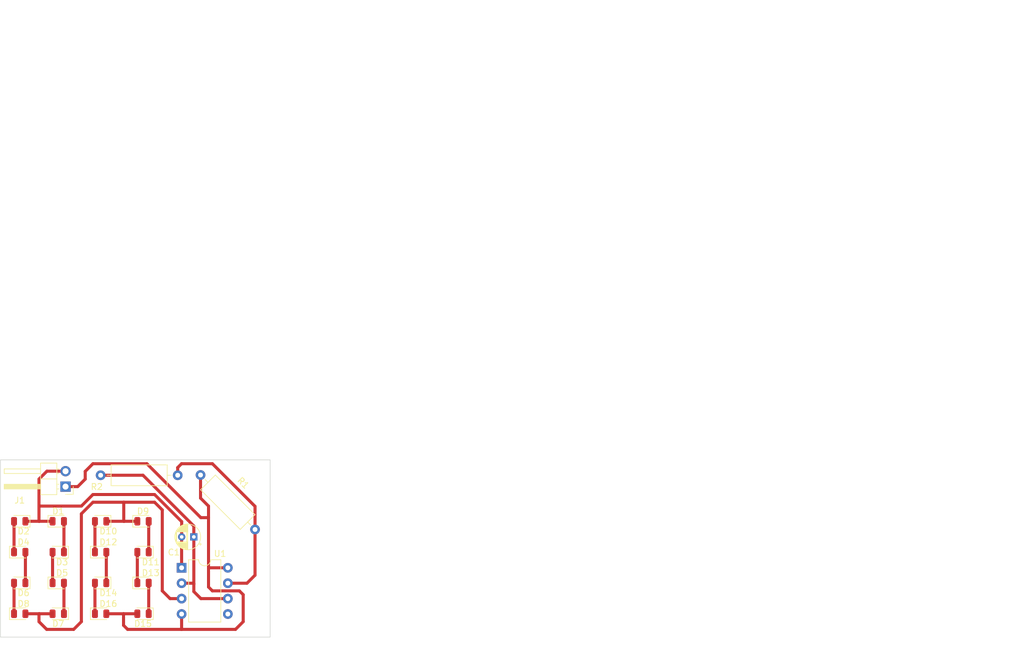
<source format=kicad_pcb>
(kicad_pcb (version 20221018) (generator pcbnew)
  (title_block (date "16.03.2023") (rev "0.1.0") (company "DOSTI Innovation Centre") (comment 2 "Esmaganbet D.A.") (comment 3 "Molganov A.A.") (comment 4 "Molganov A.A.") (comment 7 "LED Matrix v0.1.0"))
  (layers (0 "F.Cu" signal) (31 "B.Cu" signal) (34 "B.Paste" user) (35 "F.Paste" user) (36 "B.SilkS" user "B.Silkscreen") (37 "F.SilkS" user "F.Silkscreen") (38 "B.Mask" user) (39 "F.Mask" user) (44 "Edge.Cuts" user))
  (net 0 "")
  (net 1 "Net-(C1-Pad1)")
  (net 2 "Net-(C1-Pad2)")
  (net 3 "Net-(D1-Pad2)")
  (net 4 "Net-(D2-Pad2)")
  (net 5 "Net-(D3-Pad2)")
  (net 6 "Net-(D5-Pad2)")
  (net 7 "Net-(D6-Pad2)")
  (net 8 "Net-(D4-Pad2)")
  (net 9 "Net-(R1-Pad2)")
  (net 11 "Net-(D10-Pad1)")
  (net 12 "Net-(D11-Pad1)")
  (net 13 "Net-(D10-Pad2)")
  (net 14 "Net-(D11-Pad2)")
  (net 15 "Net-(D12-Pad2)")
  (net 16 "Net-(D13-Pad2)")
  (net 17 "Net-(D14-Pad2)")
  (net 18 "Net-(D15-Pad2)")
  (footprint "Resistor_THT:R_Axial_DIN0309_L9.0mm_D3.2mm_P12.70mm_Horizontal" (layer "F.Cu") (at 57.013 94.478 180)
    (fp_text reference "R2" (at 13.335 -1.905) (layer "F.SilkS"))
    (fp_text value "22k Ohm")
    (fp_line (start 1.04 0) (end 1.73 0) (stroke (width 0.12)) (layer "F.SilkS"))
    (fp_line (start 1.73 -1.72) (end 1.73 1.72) (stroke (width 0.12)) (layer "F.SilkS"))
    (fp_line (start 1.73 1.72) (end 10.97 1.72) (stroke (width 0.12)) (layer "F.SilkS"))
    (fp_line (start 10.97 -1.72) (end 1.73 -1.72) (stroke (width 0.12)) (layer "F.SilkS"))
    (fp_line (start 10.97 1.72) (end 10.97 -1.72) (stroke (width 0.12)) (layer "F.SilkS"))
    (fp_line (start 11.66 0) (end 10.97 0) (stroke (width 0.12)) (layer "F.SilkS"))
    (pad "1" thru_hole circle (at 0 0 180) (size 1.6 1.6) (drill 0.8) (layers "*.Cu" "*.Mask") (net 9 "Net-(R1-Pad2)"))
    (pad "2" thru_hole oval (at 12.7 0 180) (size 1.6 1.6) (drill 0.8) (layers "*.Cu" "*.Mask") (net 1 "Net-(C1-Pad1)"))
  )
  (footprint "LED_SMD:LED_0805_2012Metric" (layer "F.Cu") (at 30.978 117.303)
    (fp_text reference "D8" (at 0.635 -1.65) (layer "F.SilkS"))
    (fp_text value "LED")
    (fp_line (start -1.685 -0.96) (end -1.685 0.96) (stroke (width 0.12)) (layer "F.SilkS"))
    (fp_line (start -1.685 0.96) (end 1 0.96) (stroke (width 0.12)) (layer "F.SilkS"))
    (fp_line (start 1 -0.96) (end -1.685 -0.96) (stroke (width 0.12)) (layer "F.SilkS"))
    (pad "1" smd roundrect (at -0.9375 0) (size 0.975 1.4) (layers "F.Cu" "F.Paste" "F.Mask") (net 7 "Net-(D6-Pad2)"))
    (pad "2" smd roundrect (at 0.9375 0) (size 0.975 1.4) (layers "F.Cu" "F.Paste" "F.Mask") (net 11 "Net-(D10-Pad1)"))
  )
  (footprint "LED_SMD:LED_0805_2012Metric" (layer "F.Cu") (at 30.978 102.063 180)
    (fp_text reference "D2" (at -0.635 -1.65) (layer "F.SilkS"))
    (fp_text value "LED")
    (fp_line (start -1.685 -0.96) (end -1.685 0.96) (stroke (width 0.12)) (layer "F.SilkS"))
    (fp_line (start -1.685 0.96) (end 1 0.96) (stroke (width 0.12)) (layer "F.SilkS"))
    (fp_line (start 1 -0.96) (end -1.685 -0.96) (stroke (width 0.12)) (layer "F.SilkS"))
    (pad "1" smd roundrect (at -0.9375 0 180) (size 0.975 1.4) (layers "F.Cu" "F.Paste" "F.Mask") (net 2 "Net-(C1-Pad2)"))
    (pad "2" smd roundrect (at 0.9375 0 180) (size 0.975 1.4) (layers "F.Cu" "F.Paste" "F.Mask") (net 4 "Net-(D2-Pad2)"))
  )
  (footprint "Package_DIP:DIP-8_W7.62mm" (layer "F.Cu") (at 57.658 109.728)
    (fp_text reference "U1" (at 6.34 -2.33) (layer "F.SilkS"))
    (fp_text value "NE555P")
    (fp_line (start 1.16 -1.33) (end 1.16 8.95) (stroke (width 0.12)) (layer "F.SilkS"))
    (fp_line (start 1.16 8.95) (end 6.46 8.95) (stroke (width 0.12)) (layer "F.SilkS"))
    (fp_line (start 2.81 -1.33) (end 1.16 -1.33) (stroke (width 0.12)) (layer "F.SilkS"))
    (fp_line (start 6.46 -1.33) (end 4.81 -1.33) (stroke (width 0.12)) (layer "F.SilkS"))
    (fp_line (start 6.46 8.95) (end 6.46 -1.33) (stroke (width 0.12)) (layer "F.SilkS"))
    (fp_arc (start 4.81 -1.33) (mid 3.81 -0.33) (end 2.81 -1.33) (stroke (width 0.12)) (layer "F.SilkS"))
    (pad "1" thru_hole rect (at 0 0) (size 1.6 1.6) (drill 0.8) (layers "*.Cu" "*.Mask") (net 2 "Net-(C1-Pad2)"))
    (pad "2" thru_hole oval (at 0 2.54) (size 1.6 1.6) (drill 0.8) (layers "*.Cu" "*.Mask") (net 1 "Net-(C1-Pad1)"))
    (pad "3" thru_hole oval (at 0 5.08) (size 1.6 1.6) (drill 0.8) (layers "*.Cu" "*.Mask") (net 11 "Net-(D10-Pad1)"))
    (pad "4" thru_hole oval (at 0 7.62) (size 1.6 1.6) (drill 0.8) (layers "*.Cu" "*.Mask") (net 18 "Net-(D15-Pad2)"))
    (pad "5" thru_hole oval (at 7.62 7.62) (size 1.6 1.6) (drill 0.8) (layers "*.Cu" "*.Mask"))
    (pad "6" thru_hole oval (at 7.62 5.08) (size 1.6 1.6) (drill 0.8) (layers "*.Cu" "*.Mask") (net 1 "Net-(C1-Pad1)"))
    (pad "7" thru_hole oval (at 7.62 2.54) (size 1.6 1.6) (drill 0.8) (layers "*.Cu" "*.Mask") (net 9 "Net-(R1-Pad2)"))
    (pad "8" thru_hole oval (at 7.62 0) (size 1.6 1.6) (drill 0.8) (layers "*.Cu" "*.Mask") (net 18 "Net-(D15-Pad2)"))
  )
  (footprint "LED_SMD:LED_0805_2012Metric" (layer "F.Cu") (at 51.298 112.223)
    (fp_text reference "D13" (at 1.27 -1.65) (layer "F.SilkS"))
    (fp_text value "LED")
    (fp_line (start -1.685 -0.96) (end -1.685 0.96) (stroke (width 0.12)) (layer "F.SilkS"))
    (fp_line (start -1.685 0.96) (end 1 0.96) (stroke (width 0.12)) (layer "F.SilkS"))
    (fp_line (start 1 -0.96) (end -1.685 -0.96) (stroke (width 0.12)) (layer "F.SilkS"))
    (pad "1" smd roundrect (at -0.9375 0) (size 0.975 1.4) (layers "F.Cu" "F.Paste" "F.Mask") (net 14 "Net-(D11-Pad2)"))
    (pad "2" smd roundrect (at 0.9375 0) (size 0.975 1.4) (layers "F.Cu" "F.Paste" "F.Mask") (net 16 "Net-(D13-Pad2)"))
  )
  (footprint "LED_SMD:LED_0805_2012Metric" (layer "F.Cu") (at 44.313 107.143)
    (fp_text reference "D12" (at 1.27 -1.65) (layer "F.SilkS"))
    (fp_text value "LED")
    (fp_line (start -1.685 -0.96) (end -1.685 0.96) (stroke (width 0.12)) (layer "F.SilkS"))
    (fp_line (start -1.685 0.96) (end 1 0.96) (stroke (width 0.12)) (layer "F.SilkS"))
    (fp_line (start 1 -0.96) (end -1.685 -0.96) (stroke (width 0.12)) (layer "F.SilkS"))
    (pad "1" smd roundrect (at -0.9375 0) (size 0.975 1.4) (layers "F.Cu" "F.Paste" "F.Mask") (net 13 "Net-(D10-Pad2)"))
    (pad "2" smd roundrect (at 0.9375 0) (size 0.975 1.4) (layers "F.Cu" "F.Paste" "F.Mask") (net 15 "Net-(D12-Pad2)"))
  )
  (footprint "LED_SMD:LED_0805_2012Metric" (layer "F.Cu") (at 37.328 117.303 180)
    (fp_text reference "D7" (at 0 -1.65) (layer "F.SilkS"))
    (fp_text value "LED")
    (fp_line (start -1.685 -0.96) (end -1.685 0.96) (stroke (width 0.12)) (layer "F.SilkS"))
    (fp_line (start -1.685 0.96) (end 1 0.96) (stroke (width 0.12)) (layer "F.SilkS"))
    (fp_line (start 1 -0.96) (end -1.685 -0.96) (stroke (width 0.12)) (layer "F.SilkS"))
    (pad "1" smd roundrect (at -0.9375 0 180) (size 0.975 1.4) (layers "F.Cu" "F.Paste" "F.Mask") (net 6 "Net-(D5-Pad2)"))
    (pad "2" smd roundrect (at 0.9375 0 180) (size 0.975 1.4) (layers "F.Cu" "F.Paste" "F.Mask") (net 11 "Net-(D10-Pad1)"))
  )
  (footprint "Connector_PinHeader_2.54mm:PinHeader_1x02_P2.54mm_Horizontal" (layer "F.Cu") (at 38.528 96.348 180)
    (fp_text reference "J1" (at 7.55 -2.27) (layer "F.SilkS"))
    (fp_text value "Conn_01x02")
    (fp_line (start -1.27 -1.27) (end 0 -1.27) (stroke (width 0.12)) (layer "F.SilkS"))
    (fp_line (start -1.27 0) (end -1.27 -1.27) (stroke (width 0.12)) (layer "F.SilkS"))
    (fp_line (start 1.042929 2.16) (end 1.44 2.16) (stroke (width 0.12)) (layer "F.SilkS"))
    (fp_line (start 1.042929 2.92) (end 1.44 2.92) (stroke (width 0.12)) (layer "F.SilkS"))
    (fp_line (start 1.11 -0.38) (end 1.44 -0.38) (stroke (width 0.12)) (layer "F.SilkS"))
    (fp_line (start 1.11 0.38) (end 1.44 0.38) (stroke (width 0.12)) (layer "F.SilkS"))
    (fp_line (start 1.44 -1.33) (end 1.44 3.87) (stroke (width 0.12)) (layer "F.SilkS"))
    (fp_line (start 1.44 1.27) (end 4.1 1.27) (stroke (width 0.12)) (layer "F.SilkS"))
    (fp_line (start 1.44 3.87) (end 4.1 3.87) (stroke (width 0.12)) (layer "F.SilkS"))
    (fp_line (start 4.1 -1.33) (end 1.44 -1.33) (stroke (width 0.12)) (layer "F.SilkS"))
    (fp_line (start 4.1 -0.38) (end 10.1 -0.38) (stroke (width 0.12)) (layer "F.SilkS"))
    (fp_line (start 4.1 -0.32) (end 10.1 -0.32) (stroke (width 0.12)) (layer "F.SilkS"))
    (fp_line (start 4.1 -0.2) (end 10.1 -0.2) (stroke (width 0.12)) (layer "F.SilkS"))
    (fp_line (start 4.1 -0.08) (end 10.1 -0.08) (stroke (width 0.12)) (layer "F.SilkS"))
    (fp_line (start 4.1 0.04) (end 10.1 0.04) (stroke (width 0.12)) (layer "F.SilkS"))
    (fp_line (start 4.1 0.16) (end 10.1 0.16) (stroke (width 0.12)) (layer "F.SilkS"))
    (fp_line (start 4.1 0.28) (end 10.1 0.28) (stroke (width 0.12)) (layer "F.SilkS"))
    (fp_line (start 4.1 2.16) (end 10.1 2.16) (stroke (width 0.12)) (layer "F.SilkS"))
    (fp_line (start 4.1 3.87) (end 4.1 -1.33) (stroke (width 0.12)) (layer "F.SilkS"))
    (fp_line (start 10.1 -0.38) (end 10.1 0.38) (stroke (width 0.12)) (layer "F.SilkS"))
    (fp_line (start 10.1 0.38) (end 4.1 0.38) (stroke (width 0.12)) (layer "F.SilkS"))
    (fp_line (start 10.1 2.16) (end 10.1 2.92) (stroke (width 0.12)) (layer "F.SilkS"))
    (fp_line (start 10.1 2.92) (end 4.1 2.92) (stroke (width 0.12)) (layer "F.SilkS"))
    (pad "1" thru_hole rect (at 0 0 180) (size 1.7 1.7) (drill 1) (layers "*.Cu" "*.Mask") (net 18 "Net-(D15-Pad2)"))
    (pad "2" thru_hole oval (at 0 2.54 180) (size 1.7 1.7) (drill 1) (layers "*.Cu" "*.Mask") (net 2 "Net-(C1-Pad2)"))
  )
  (footprint "LED_SMD:LED_0805_2012Metric" (layer "F.Cu") (at 37.328 102.063)
    (fp_text reference "D1" (at 0 -1.65) (layer "F.SilkS"))
    (fp_text value "LED")
    (fp_line (start -1.685 -0.96) (end -1.685 0.96) (stroke (width 0.12)) (layer "F.SilkS"))
    (fp_line (start -1.685 0.96) (end 1 0.96) (stroke (width 0.12)) (layer "F.SilkS"))
    (fp_line (start 1 -0.96) (end -1.685 -0.96) (stroke (width 0.12)) (layer "F.SilkS"))
    (pad "1" smd roundrect (at -0.9375 0) (size 0.975 1.4) (layers "F.Cu" "F.Paste" "F.Mask") (net 2 "Net-(C1-Pad2)"))
    (pad "2" smd roundrect (at 0.9375 0) (size 0.975 1.4) (layers "F.Cu" "F.Paste" "F.Mask") (net 3 "Net-(D1-Pad2)"))
  )
  (footprint "LED_SMD:LED_0805_2012Metric" (layer "F.Cu") (at 44.313 112.223 180)
    (fp_text reference "D14" (at -1.27 -1.65) (layer "F.SilkS"))
    (fp_text value "LED")
    (fp_line (start -1.685 -0.96) (end -1.685 0.96) (stroke (width 0.12)) (layer "F.SilkS"))
    (fp_line (start -1.685 0.96) (end 1 0.96) (stroke (width 0.12)) (layer "F.SilkS"))
    (fp_line (start 1 -0.96) (end -1.685 -0.96) (stroke (width 0.12)) (layer "F.SilkS"))
    (pad "1" smd roundrect (at -0.9375 0 180) (size 0.975 1.4) (layers "F.Cu" "F.Paste" "F.Mask") (net 15 "Net-(D12-Pad2)"))
    (pad "2" smd roundrect (at 0.9375 0 180) (size 0.975 1.4) (layers "F.Cu" "F.Paste" "F.Mask") (net 17 "Net-(D14-Pad2)"))
  )
  (footprint "LED_SMD:LED_0805_2012Metric" (layer "F.Cu") (at 30.978 112.223 180)
    (fp_text reference "D6" (at -0.635 -1.65) (layer "F.SilkS"))
    (fp_text value "LED")
    (fp_line (start -1.685 -0.96) (end -1.685 0.96) (stroke (width 0.12)) (layer "F.SilkS"))
    (fp_line (start -1.685 0.96) (end 1 0.96) (stroke (width 0.12)) (layer "F.SilkS"))
    (fp_line (start 1 -0.96) (end -1.685 -0.96) (stroke (width 0.12)) (layer "F.SilkS"))
    (pad "1" smd roundrect (at -0.9375 0 180) (size 0.975 1.4) (layers "F.Cu" "F.Paste" "F.Mask") (net 8 "Net-(D4-Pad2)"))
    (pad "2" smd roundrect (at 0.9375 0 180) (size 0.975 1.4) (layers "F.Cu" "F.Paste" "F.Mask") (net 7 "Net-(D6-Pad2)"))
  )
  (footprint "LED_SMD:LED_0805_2012Metric" (layer "F.Cu") (at 44.313 102.063 180)
    (fp_text reference "D10" (at -1.27 -1.65) (layer "F.SilkS"))
    (fp_text value "LED")
    (fp_line (start -1.685 -0.96) (end -1.685 0.96) (stroke (width 0.12)) (layer "F.SilkS"))
    (fp_line (start -1.685 0.96) (end 1 0.96) (stroke (width 0.12)) (layer "F.SilkS"))
    (fp_line (start 1 -0.96) (end -1.685 -0.96) (stroke (width 0.12)) (layer "F.SilkS"))
    (pad "1" smd roundrect (at -0.9375 0 180) (size 0.975 1.4) (layers "F.Cu" "F.Paste" "F.Mask") (net 11 "Net-(D10-Pad1)"))
    (pad "2" smd roundrect (at 0.9375 0 180) (size 0.975 1.4) (layers "F.Cu" "F.Paste" "F.Mask") (net 13 "Net-(D10-Pad2)"))
  )
  (footprint "LED_SMD:LED_0805_2012Metric" (layer "F.Cu") (at 44.313 117.303)
    (fp_text reference "D16" (at 1.27 -1.65) (layer "F.SilkS"))
    (fp_text value "LED")
    (fp_line (start -1.685 -0.96) (end -1.685 0.96) (stroke (width 0.12)) (layer "F.SilkS"))
    (fp_line (start -1.685 0.96) (end 1 0.96) (stroke (width 0.12)) (layer "F.SilkS"))
    (fp_line (start 1 -0.96) (end -1.685 -0.96) (stroke (width 0.12)) (layer "F.SilkS"))
    (pad "1" smd roundrect (at -0.9375 0) (size 0.975 1.4) (layers "F.Cu" "F.Paste" "F.Mask") (net 17 "Net-(D14-Pad2)"))
    (pad "2" smd roundrect (at 0.9375 0) (size 0.975 1.4) (layers "F.Cu" "F.Paste" "F.Mask") (net 18 "Net-(D15-Pad2)"))
  )
  (footprint "LED_SMD:LED_0805_2012Metric" (layer "F.Cu") (at 37.328 107.143 180)
    (fp_text reference "D3" (at -0.635 -1.65) (layer "F.SilkS"))
    (fp_text value "LED")
    (fp_line (start -1.685 -0.96) (end -1.685 0.96) (stroke (width 0.12)) (layer "F.SilkS"))
    (fp_line (start -1.685 0.96) (end 1 0.96) (stroke (width 0.12)) (layer "F.SilkS"))
    (fp_line (start 1 -0.96) (end -1.685 -0.96) (stroke (width 0.12)) (layer "F.SilkS"))
    (pad "1" smd roundrect (at -0.9375 0 180) (size 0.975 1.4) (layers "F.Cu" "F.Paste" "F.Mask") (net 3 "Net-(D1-Pad2)"))
    (pad "2" smd roundrect (at 0.9375 0 180) (size 0.975 1.4) (layers "F.Cu" "F.Paste" "F.Mask") (net 5 "Net-(D3-Pad2)"))
  )
  (footprint "Capacitor_THT:CP_Radial_D4.0mm_P2.00mm" (layer "F.Cu") (at 59.6714 104.638 180)
    (fp_text reference "C1" (at 3.2934 -2.54) (layer "F.SilkS"))
    (fp_text value "10uF")
    (fp_line (start -1.269801 -1.195) (end -0.869801 -1.195) (stroke (width 0.12)) (layer "F.SilkS"))
    (fp_line (start -1.069801 -1.395) (end -1.069801 -0.995) (stroke (width 0.12)) (layer "F.SilkS"))
    (fp_line (start 1 -2.08) (end 1 2.08) (stroke (width 0.12)) (layer "F.SilkS"))
    (fp_line (start 1.04 -2.08) (end 1.04 2.08) (stroke (width 0.12)) (layer "F.SilkS"))
    (fp_line (start 1.08 -2.079) (end 1.08 2.079) (stroke (width 0.12)) (layer "F.SilkS"))
    (fp_line (start 1.12 -2.077) (end 1.12 2.077) (stroke (width 0.12)) (layer "F.SilkS"))
    (fp_line (start 1.16 -2.074) (end 1.16 2.074) (stroke (width 0.12)) (layer "F.SilkS"))
    (fp_line (start 1.2 -2.071) (end 1.2 -0.84) (stroke (width 0.12)) (layer "F.SilkS"))
    (fp_line (start 1.2 0.84) (end 1.2 2.071) (stroke (width 0.12)) (layer "F.SilkS"))
    (fp_line (start 1.24 -2.067) (end 1.24 -0.84) (stroke (width 0.12)) (layer "F.SilkS"))
    (fp_line (start 1.24 0.84) (end 1.24 2.067) (stroke (width 0.12)) (layer "F.SilkS"))
    (fp_line (start 1.28 -2.062) (end 1.28 -0.84) (stroke (width 0.12)) (layer "F.SilkS"))
    (fp_line (start 1.28 0.84) (end 1.28 2.062) (stroke (width 0.12)) (layer "F.SilkS"))
    (fp_line (start 1.32 -2.056) (end 1.32 -0.84) (stroke (width 0.12)) (layer "F.SilkS"))
    (fp_line (start 1.32 0.84) (end 1.32 2.056) (stroke (width 0.12)) (layer "F.SilkS"))
    (fp_line (start 1.36 -2.05) (end 1.36 -0.84) (stroke (width 0.12)) (layer "F.SilkS"))
    (fp_line (start 1.36 0.84) (end 1.36 2.05) (stroke (width 0.12)) (layer "F.SilkS"))
    (fp_line (start 1.4 -2.042) (end 1.4 -0.84) (stroke (width 0.12)) (layer "F.SilkS"))
    (fp_line (start 1.4 0.84) (end 1.4 2.042) (stroke (width 0.12)) (layer "F.SilkS"))
    (fp_line (start 1.44 -2.034) (end 1.44 -0.84) (stroke (width 0.12)) (layer "F.SilkS"))
    (fp_line (start 1.44 0.84) (end 1.44 2.034) (stroke (width 0.12)) (layer "F.SilkS"))
    (fp_line (start 1.48 -2.025) (end 1.48 -0.84) (stroke (width 0.12)) (layer "F.SilkS"))
    (fp_line (start 1.48 0.84) (end 1.48 2.025) (stroke (width 0.12)) (layer "F.SilkS"))
    (fp_line (start 1.52 -2.016) (end 1.52 -0.84) (stroke (width 0.12)) (layer "F.SilkS"))
    (fp_line (start 1.52 0.84) (end 1.52 2.016) (stroke (width 0.12)) (layer "F.SilkS"))
    (fp_line (start 1.56 -2.005) (end 1.56 -0.84) (stroke (width 0.12)) (layer "F.SilkS"))
    (fp_line (start 1.56 0.84) (end 1.56 2.005) (stroke (width 0.12)) (layer "F.SilkS"))
    (fp_line (start 1.6 -1.994) (end 1.6 -0.84) (stroke (width 0.12)) (layer "F.SilkS"))
    (fp_line (start 1.6 0.84) (end 1.6 1.994) (stroke (width 0.12)) (layer "F.SilkS"))
    (fp_line (start 1.64 -1.982) (end 1.64 -0.84) (stroke (width 0.12)) (layer "F.SilkS"))
    (fp_line (start 1.64 0.84) (end 1.64 1.982) (stroke (width 0.12)) (layer "F.SilkS"))
    (fp_line (start 1.68 -1.968) (end 1.68 -0.84) (stroke (width 0.12)) (layer "F.SilkS"))
    (fp_line (start 1.68 0.84) (end 1.68 1.968) (stroke (width 0.12)) (layer "F.SilkS"))
    (fp_line (start 1.721 -1.954) (end 1.721 -0.84) (stroke (width 0.12)) (layer "F.SilkS"))
    (fp_line (start 1.721 0.84) (end 1.721 1.954) (stroke (width 0.12)) (layer "F.SilkS"))
    (fp_line (start 1.761 -1.94) (end 1.761 -0.84) (stroke (width 0.12)) (layer "F.SilkS"))
    (fp_line (start 1.761 0.84) (end 1.761 1.94) (stroke (width 0.12)) (layer "F.SilkS"))
    (fp_line (start 1.801 -1.924) (end 1.801 -0.84) (stroke (width 0.12)) (layer "F.SilkS"))
    (fp_line (start 1.801 0.84) (end 1.801 1.924) (stroke (width 0.12)) (layer "F.SilkS"))
    (fp_line (start 1.841 -1.907) (end 1.841 -0.84) (stroke (width 0.12)) (layer "F.SilkS"))
    (fp_line (start 1.841 0.84) (end 1.841 1.907) (stroke (width 0.12)) (layer "F.SilkS"))
    (fp_line (start 1.881 -1.889) (end 1.881 -0.84) (stroke (width 0.12)) (layer "F.SilkS"))
    (fp_line (start 1.881 0.84) (end 1.881 1.889) (stroke (width 0.12)) (layer "F.SilkS"))
    (fp_line (start 1.921 -1.87) (end 1.921 -0.84) (stroke (width 0.12)) (layer "F.SilkS"))
    (fp_line (start 1.921 0.84) (end 1.921 1.87) (stroke (width 0.12)) (layer "F.SilkS"))
    (fp_line (start 1.961 -1.851) (end 1.961 -0.84) (stroke (width 0.12)) (layer "F.SilkS"))
    (fp_line (start 1.961 0.84) (end 1.961 1.851) (stroke (width 0.12)) (layer "F.SilkS"))
    (fp_line (start 2.001 -1.83) (end 2.001 -0.84) (stroke (width 0.12)) (layer "F.SilkS"))
    (fp_line (start 2.001 0.84) (end 2.001 1.83) (stroke (width 0.12)) (layer "F.SilkS"))
    (fp_line (start 2.041 -1.808) (end 2.041 -0.84) (stroke (width 0.12)) (layer "F.SilkS"))
    (fp_line (start 2.041 0.84) (end 2.041 1.808) (stroke (width 0.12)) (layer "F.SilkS"))
    (fp_line (start 2.081 -1.785) (end 2.081 -0.84) (stroke (width 0.12)) (layer "F.SilkS"))
    (fp_line (start 2.081 0.84) (end 2.081 1.785) (stroke (width 0.12)) (layer "F.SilkS"))
    (fp_line (start 2.121 -1.76) (end 2.121 -0.84) (stroke (width 0.12)) (layer "F.SilkS"))
    (fp_line (start 2.121 0.84) (end 2.121 1.76) (stroke (width 0.12)) (layer "F.SilkS"))
    (fp_line (start 2.161 -1.735) (end 2.161 -0.84) (stroke (width 0.12)) (layer "F.SilkS"))
    (fp_line (start 2.161 0.84) (end 2.161 1.735) (stroke (width 0.12)) (layer "F.SilkS"))
    (fp_line (start 2.201 -1.708) (end 2.201 -0.84) (stroke (width 0.12)) (layer "F.SilkS"))
    (fp_line (start 2.201 0.84) (end 2.201 1.708) (stroke (width 0.12)) (layer "F.SilkS"))
    (fp_line (start 2.241 -1.68) (end 2.241 -0.84) (stroke (width 0.12)) (layer "F.SilkS"))
    (fp_line (start 2.241 0.84) (end 2.241 1.68) (stroke (width 0.12)) (layer "F.SilkS"))
    (fp_line (start 2.281 -1.65) (end 2.281 -0.84) (stroke (width 0.12)) (layer "F.SilkS"))
    (fp_line (start 2.281 0.84) (end 2.281 1.65) (stroke (width 0.12)) (layer "F.SilkS"))
    (fp_line (start 2.321 -1.619) (end 2.321 -0.84) (stroke (width 0.12)) (layer "F.SilkS"))
    (fp_line (start 2.321 0.84) (end 2.321 1.619) (stroke (width 0.12)) (layer "F.SilkS"))
    (fp_line (start 2.361 -1.587) (end 2.361 -0.84) (stroke (width 0.12)) (layer "F.SilkS"))
    (fp_line (start 2.361 0.84) (end 2.361 1.587) (stroke (width 0.12)) (layer "F.SilkS"))
    (fp_line (start 2.401 -1.552) (end 2.401 -0.84) (stroke (width 0.12)) (layer "F.SilkS"))
    (fp_line (start 2.401 0.84) (end 2.401 1.552) (stroke (width 0.12)) (layer "F.SilkS"))
    (fp_line (start 2.441 -1.516) (end 2.441 -0.84) (stroke (width 0.12)) (layer "F.SilkS"))
    (fp_line (start 2.441 0.84) (end 2.441 1.516) (stroke (width 0.12)) (layer "F.SilkS"))
    (fp_line (start 2.481 -1.478) (end 2.481 -0.84) (stroke (width 0.12)) (layer "F.SilkS"))
    (fp_line (start 2.481 0.84) (end 2.481 1.478) (stroke (width 0.12)) (layer "F.SilkS"))
    (fp_line (start 2.521 -1.438) (end 2.521 -0.84) (stroke (width 0.12)) (layer "F.SilkS"))
    (fp_line (start 2.521 0.84) (end 2.521 1.438) (stroke (width 0.12)) (layer "F.SilkS"))
    (fp_line (start 2.561 -1.396) (end 2.561 -0.84) (stroke (width 0.12)) (layer "F.SilkS"))
    (fp_line (start 2.561 0.84) (end 2.561 1.396) (stroke (width 0.12)) (layer "F.SilkS"))
    (fp_line (start 2.601 -1.351) (end 2.601 -0.84) (stroke (width 0.12)) (layer "F.SilkS"))
    (fp_line (start 2.601 0.84) (end 2.601 1.351) (stroke (width 0.12)) (layer "F.SilkS"))
    (fp_line (start 2.641 -1.304) (end 2.641 -0.84) (stroke (width 0.12)) (layer "F.SilkS"))
    (fp_line (start 2.641 0.84) (end 2.641 1.304) (stroke (width 0.12)) (layer "F.SilkS"))
    (fp_line (start 2.681 -1.254) (end 2.681 -0.84) (stroke (width 0.12)) (layer "F.SilkS"))
    (fp_line (start 2.681 0.84) (end 2.681 1.254) (stroke (width 0.12)) (layer "F.SilkS"))
    (fp_line (start 2.721 -1.2) (end 2.721 -0.84) (stroke (width 0.12)) (layer "F.SilkS"))
    (fp_line (start 2.721 0.84) (end 2.721 1.2) (stroke (width 0.12)) (layer "F.SilkS"))
    (fp_line (start 2.761 -1.142) (end 2.761 -0.84) (stroke (width 0.12)) (layer "F.SilkS"))
    (fp_line (start 2.761 0.84) (end 2.761 1.142) (stroke (width 0.12)) (layer "F.SilkS"))
    (fp_line (start 2.801 -1.08) (end 2.801 -0.84) (stroke (width 0.12)) (layer "F.SilkS"))
    (fp_line (start 2.801 0.84) (end 2.801 1.08) (stroke (width 0.12)) (layer "F.SilkS"))
    (fp_line (start 2.841 -1.013) (end 2.841 1.013) (stroke (width 0.12)) (layer "F.SilkS"))
    (fp_line (start 2.881 -0.94) (end 2.881 0.94) (stroke (width 0.12)) (layer "F.SilkS"))
    (fp_line (start 2.921 -0.859) (end 2.921 0.859) (stroke (width 0.12)) (layer "F.SilkS"))
    (fp_line (start 2.961 -0.768) (end 2.961 0.768) (stroke (width 0.12)) (layer "F.SilkS"))
    (fp_line (start 3.001 -0.664) (end 3.001 0.664) (stroke (width 0.12)) (layer "F.SilkS"))
    (fp_line (start 3.041 -0.537) (end 3.041 0.537) (stroke (width 0.12)) (layer "F.SilkS"))
    (fp_line (start 3.081 -0.37) (end 3.081 0.37) (stroke (width 0.12)) (layer "F.SilkS"))
    (fp_circle (center 1 0) (end 3.12 0) (stroke (width 0.12)) (fill none) (layer "F.SilkS"))
    (pad "1" thru_hole rect (at 0 0 180) (size 1.2 1.2) (drill 0.6) (layers "*.Cu" "*.Mask") (net 1 "Net-(C1-Pad1)"))
    (pad "2" thru_hole circle (at 2 0 180) (size 1.2 1.2) (drill 0.6) (layers "*.Cu" "*.Mask") (net 2 "Net-(C1-Pad2)"))
  )
  (footprint "LED_SMD:LED_0805_2012Metric" (layer "F.Cu") (at 30.978 107.143)
    (fp_text reference "D4" (at 0.635 -1.65) (layer "F.SilkS"))
    (fp_text value "LED")
    (fp_line (start -1.685 -0.96) (end -1.685 0.96) (stroke (width 0.12)) (layer "F.SilkS"))
    (fp_line (start -1.685 0.96) (end 1 0.96) (stroke (width 0.12)) (layer "F.SilkS"))
    (fp_line (start 1 -0.96) (end -1.685 -0.96) (stroke (width 0.12)) (layer "F.SilkS"))
    (pad "1" smd roundrect (at -0.9375 0) (size 0.975 1.4) (layers "F.Cu" "F.Paste" "F.Mask") (net 4 "Net-(D2-Pad2)"))
    (pad "2" smd roundrect (at 0.9375 0) (size 0.975 1.4) (layers "F.Cu" "F.Paste" "F.Mask") (net 8 "Net-(D4-Pad2)"))
  )
  (footprint "LED_SMD:LED_0805_2012Metric" (layer "F.Cu") (at 51.298 117.303 180)
    (fp_text reference "D15" (at 0 -1.65) (layer "F.SilkS"))
    (fp_text value "LED")
    (fp_line (start -1.685 -0.96) (end -1.685 0.96) (stroke (width 0.12)) (layer "F.SilkS"))
    (fp_line (start -1.685 0.96) (end 1 0.96) (stroke (width 0.12)) (layer "F.SilkS"))
    (fp_line (start 1 -0.96) (end -1.685 -0.96) (stroke (width 0.12)) (layer "F.SilkS"))
    (pad "1" smd roundrect (at -0.9375 0 180) (size 0.975 1.4) (layers "F.Cu" "F.Paste" "F.Mask") (net 16 "Net-(D13-Pad2)"))
    (pad "2" smd roundrect (at 0.9375 0 180) (size 0.975 1.4) (layers "F.Cu" "F.Paste" "F.Mask") (net 18 "Net-(D15-Pad2)"))
  )
  (footprint "Resistor_THT:R_Axial_DIN0309_L9.0mm_D3.2mm_P12.70mm_Horizontal" (layer "F.Cu") (at 60.777872 94.432872 -45)
    (fp_text reference "R1" (at 5.900987 -4.041115 135) (layer "F.SilkS"))
    (fp_text value "100k Ohm")
    (fp_line (start 1.04 0) (end 1.73 0) (stroke (width 0.12)) (layer "F.SilkS"))
    (fp_line (start 1.73 -1.72) (end 1.73 1.72) (stroke (width 0.12)) (layer "F.SilkS"))
    (fp_line (start 1.73 1.72) (end 10.97 1.72) (stroke (width 0.12)) (layer "F.SilkS"))
    (fp_line (start 10.97 -1.72) (end 1.73 -1.72) (stroke (width 0.12)) (layer "F.SilkS"))
    (fp_line (start 10.97 1.72) (end 10.97 -1.72) (stroke (width 0.12)) (layer "F.SilkS"))
    (fp_line (start 11.66 0) (end 10.97 0) (stroke (width 0.12)) (layer "F.SilkS"))
    (pad "1" thru_hole circle (at 0 0 315) (size 1.6 1.6) (drill 0.8) (layers "*.Cu" "*.Mask") (net 18 "Net-(D15-Pad2)"))
    (pad "2" thru_hole oval (at 12.7 0 315) (size 1.6 1.6) (drill 0.8) (layers "*.Cu" "*.Mask") (net 9 "Net-(R1-Pad2)"))
  )
  (footprint "LED_SMD:LED_0805_2012Metric" (layer "F.Cu") (at 51.298 102.063)
    (fp_text reference "D9" (at 0 -1.65) (layer "F.SilkS"))
    (fp_text value "LED")
    (fp_line (start -1.685 -0.96) (end -1.685 0.96) (stroke (width 0.12)) (layer "F.SilkS"))
    (fp_line (start -1.685 0.96) (end 1 0.96) (stroke (width 0.12)) (layer "F.SilkS"))
    (fp_line (start 1 -0.96) (end -1.685 -0.96) (stroke (width 0.12)) (layer "F.SilkS"))
    (pad "1" smd roundrect (at -0.9375 0) (size 0.975 1.4) (layers "F.Cu" "F.Paste" "F.Mask") (net 11 "Net-(D10-Pad1)"))
    (pad "2" smd roundrect (at 0.9375 0) (size 0.975 1.4) (layers "F.Cu" "F.Paste" "F.Mask") (net 12 "Net-(D11-Pad1)"))
  )
  (footprint "LED_SMD:LED_0805_2012Metric" (layer "F.Cu") (at 51.298 107.143 180)
    (fp_text reference "D11" (at -1.27 -1.65) (layer "F.SilkS"))
    (fp_text value "LED")
    (fp_line (start -1.685 -0.96) (end -1.685 0.96) (stroke (width 0.12)) (layer "F.SilkS"))
    (fp_line (start -1.685 0.96) (end 1 0.96) (stroke (width 0.12)) (layer "F.SilkS"))
    (fp_line (start 1 -0.96) (end -1.685 -0.96) (stroke (width 0.12)) (layer "F.SilkS"))
    (pad "1" smd roundrect (at -0.9375 0 180) (size 0.975 1.4) (layers "F.Cu" "F.Paste" "F.Mask") (net 12 "Net-(D11-Pad1)"))
    (pad "2" smd roundrect (at 0.9375 0 180) (size 0.975 1.4) (layers "F.Cu" "F.Paste" "F.Mask") (net 14 "Net-(D11-Pad2)"))
  )
  (footprint "LED_SMD:LED_0805_2012Metric" (layer "F.Cu") (at 37.328 112.223)
    (fp_text reference "D5" (at 0.635 -1.65) (layer "F.SilkS"))
    (fp_text value "LED")
    (fp_line (start -1.685 -0.96) (end -1.685 0.96) (stroke (width 0.12)) (layer "F.SilkS"))
    (fp_line (start -1.685 0.96) (end 1 0.96) (stroke (width 0.12)) (layer "F.SilkS"))
    (fp_line (start 1 -0.96) (end -1.685 -0.96) (stroke (width 0.12)) (layer "F.SilkS"))
    (pad "1" smd roundrect (at -0.9375 0) (size 0.975 1.4) (layers "F.Cu" "F.Paste" "F.Mask") (net 5 "Net-(D3-Pad2)"))
    (pad "2" smd roundrect (at 0.9375 0) (size 0.975 1.4) (layers "F.Cu" "F.Paste" "F.Mask") (net 6 "Net-(D5-Pad2)"))
  )
  (gr_rect (start 27.803 91.938) (end 72.253 121.148) (stroke (width 0.1)) (fill none) (layer "Edge.Cuts"))
  (segment (start 60.833 114.808) (end 65.278 114.808) (width 0.5) (layer "F.Cu") (net 1))
  (segment (start 51.298 94.478) (end 44.313 94.478) (width 0.5) (layer "F.Cu") (net 1))
  (segment (start 59.6714 113.6464) (end 60.833 114.808) (width 0.5) (layer "F.Cu") (net 1))
  (segment (start 57.658 112.268) (end 59.563 112.268) (width 0.5) (layer "F.Cu") (net 1))
  (segment (start 59.6714 112.3764) (end 59.6714 113.6464) (width 0.5) (layer "F.Cu") (net 1))
  (segment (start 59.6714 104.638) (end 59.6714 112.3764) (width 0.5) (layer "F.Cu") (net 1))
  (segment (start 59.6714 102.8514) (end 51.298 94.478) (width 0.5) (layer "F.Cu") (net 1))
  (segment (start 59.6714 104.638) (end 59.6714 102.8514) (width 0.5) (layer "F.Cu") (net 1))
  (segment (start 59.563 112.268) (end 59.6714 112.3764) (width 0.5) (layer "F.Cu") (net 1))
  (segment (start 34.153 95.113) (end 34.153 99.558) (width 0.5) (layer "F.Cu") (net 2))
  (segment (start 57.6714 102.1214) (end 53.203 97.653) (width 0.5) (layer "F.Cu") (net 2))
  (segment (start 38.528 93.808) (end 35.458 93.808) (width 0.5) (layer "F.Cu") (net 2))
  (segment (start 57.658 104.6514) (end 57.6714 104.638) (width 0.5) (layer "F.Cu") (net 2))
  (segment (start 53.203 97.653) (end 43.043 97.653) (width 0.5) (layer "F.Cu") (net 2))
  (segment (start 34.153 99.558) (end 34.153 102.028) (width 0.5) (layer "F.Cu") (net 2))
  (segment (start 41.138 99.558) (end 34.153 99.558) (width 0.5) (layer "F.Cu") (net 2))
  (segment (start 34.188 102.063) (end 36.3905 102.063) (width 0.5) (layer "F.Cu") (net 2))
  (segment (start 34.153 102.028) (end 34.188 102.063) (width 0.5) (layer "F.Cu") (net 2))
  (segment (start 57.6714 104.638) (end 57.6714 102.1214) (width 0.5) (layer "F.Cu") (net 2))
  (segment (start 31.9155 102.063) (end 34.188 102.063) (width 0.5) (layer "F.Cu") (net 2))
  (segment (start 43.043 97.653) (end 41.138 99.558) (width 0.5) (layer "F.Cu") (net 2))
  (segment (start 35.458 93.808) (end 34.153 95.113) (width 0.5) (layer "F.Cu") (net 2))
  (segment (start 57.658 109.728) (end 57.658 104.6514) (width 0.5) (layer "F.Cu") (net 2))
  (segment (start 38.2655 107.143) (end 38.2655 102.063) (width 0.5) (layer "F.Cu") (net 3))
  (segment (start 30.0405 102.063) (end 30.0405 107.143) (width 0.5) (layer "F.Cu") (net 4))
  (segment (start 36.3905 107.143) (end 36.3905 112.223) (width 0.5) (layer "F.Cu") (net 5))
  (segment (start 38.2655 112.223) (end 38.2655 117.303) (width 0.5) (layer "F.Cu") (net 6))
  (segment (start 30.0405 112.223) (end 30.0405 117.303) (width 0.5) (layer "F.Cu") (net 7))
  (segment (start 31.9155 107.143) (end 31.9155 112.223) (width 0.5) (layer "F.Cu") (net 8))
  (segment (start 65.278 112.268) (end 68.433 112.268) (width 0.5) (layer "F.Cu") (net 9))
  (segment (start 62.728 92.573) (end 57.648 92.573) (width 0.5) (layer "F.Cu") (net 9))
  (segment (start 68.433 112.268) (end 69.758128 110.942872) (width 0.5) (layer "F.Cu") (net 9))
  (segment (start 69.758128 99.603128) (end 62.728 92.573) (width 0.5) (layer "F.Cu") (net 9))
  (segment (start 69.758128 103.413128) (end 69.758128 99.603128) (width 0.5) (layer "F.Cu") (net 9))
  (segment (start 69.758128 110.942872) (end 69.758128 103.413128) (width 0.5) (layer "F.Cu") (net 9))
  (segment (start 57.648 92.573) (end 57.013 93.208) (width 0.5) (layer "F.Cu") (net 9))
  (segment (start 57.013 93.208) (end 57.013 94.478) (width 0.5) (layer "F.Cu") (net 9))
  (segment (start 41.138 118.608) (end 41.138 100.828) (width 0.5) (layer "F.Cu") (net 11))
  (segment (start 55.753 114.808) (end 54.473 113.528) (width 0.5) (layer "F.Cu") (net 11))
  (segment (start 48.123 102.028) (end 48.123 98.923) (width 0.5) (layer "F.Cu") (net 11))
  (segment (start 34.188 117.303) (end 34.153 117.338) (width 0.5) (layer "F.Cu") (net 11))
  (segment (start 48.123 98.923) (end 53.203 98.923) (width 0.5) (layer "F.Cu") (net 11))
  (segment (start 45.2505 102.063) (end 48.158 102.063) (width 0.5) (layer "F.Cu") (net 11))
  (segment (start 31.9155 117.303) (end 34.188 117.303) (width 0.5) (layer "F.Cu") (net 11))
  (segment (start 34.153 118.608) (end 35.423 119.878) (width 0.5) (layer "F.Cu") (net 11))
  (segment (start 57.658 114.808) (end 55.753 114.808) (width 0.5) (layer "F.Cu") (net 11))
  (segment (start 35.423 119.878) (end 39.868 119.878) (width 0.5) (layer "F.Cu") (net 11))
  (segment (start 53.203 98.923) (end 54.473 100.193) (width 0.5) (layer "F.Cu") (net 11))
  (segment (start 34.153 117.338) (end 34.153 118.608) (width 0.5) (layer "F.Cu") (net 11))
  (segment (start 48.158 102.063) (end 50.3605 102.063) (width 0.5) (layer "F.Cu") (net 11))
  (segment (start 41.138 100.828) (end 43.043 98.923) (width 0.5) (layer "F.Cu") (net 11))
  (segment (start 48.158 102.063) (end 48.123 102.028) (width 0.5) (layer "F.Cu") (net 11))
  (segment (start 39.868 119.878) (end 41.138 118.608) (width 0.5) (layer "F.Cu") (net 11))
  (segment (start 43.043 98.923) (end 48.123 98.923) (width 0.5) (layer "F.Cu") (net 11))
  (segment (start 54.473 100.193) (end 54.473 113.528) (width 0.5) (layer "F.Cu") (net 11))
  (segment (start 34.188 117.303) (end 36.3905 117.303) (width 0.5) (layer "F.Cu") (net 11))
  (segment (start 52.2355 107.143) (end 52.2355 102.063) (width 0.5) (layer "F.Cu") (net 12))
  (segment (start 43.3755 102.063) (end 43.3755 107.143) (width 0.5) (layer "F.Cu") (net 13))
  (segment (start 50.3605 107.143) (end 50.3605 112.223) (width 0.5) (layer "F.Cu") (net 14))
  (segment (start 45.2505 107.143) (end 45.2505 112.223) (width 0.5) (layer "F.Cu") (net 15))
  (segment (start 52.2355 112.223) (end 52.2355 117.303) (width 0.5) (layer "F.Cu") (net 16))
  (segment (start 43.3755 112.223) (end 43.3755 117.303) (width 0.5) (layer "F.Cu") (net 17))
  (segment (start 57.6394 119.878) (end 66.538 119.878) (width 0.5) (layer "F.Cu") (net 18))
  (segment (start 62.728 113.528) (end 62.093 112.893) (width 0.5) (layer "F.Cu") (net 18))
  (segment (start 66.538 119.878) (end 67.808 118.608) (width 0.5) (layer "F.Cu") (net 18))
  (segment (start 41.773 95.113) (end 41.773 93.843) (width 0.5) (layer "F.Cu") (net 18))
  (segment (start 40.538 96.348) (end 41.773 95.113) (width 0.5) (layer "F.Cu") (net 18))
  (segment (start 60.777872 98.242872) (end 60.777872 94.432872) (width 0.5) (layer "F.Cu") (net 18))
  (segment (start 51.933 92.573) (end 60.823 101.463) (width 0.5) (layer "F.Cu") (net 18))
  (segment (start 57.658 117.348) (end 57.658 119.8594) (width 0.5) (layer "F.Cu") (net 18))
  (segment (start 48.758 119.878) (end 57.6394 119.878) (width 0.5) (layer "F.Cu") (net 18))
  (segment (start 65.278 109.728) (end 62.103 109.728) (width 0.5) (layer "F.Cu") (net 18))
  (segment (start 67.173 113.528) (end 62.728 113.528) (width 0.5) (layer "F.Cu") (net 18))
  (segment (start 48.088 117.303) (end 50.3605 117.303) (width 0.5) (layer "F.Cu") (net 18))
  (segment (start 62.093 109.718) (end 62.093 101.463) (width 0.5) (layer "F.Cu") (net 18))
  (segment (start 67.808 114.163) (end 67.173 113.528) (width 0.5) (layer "F.Cu") (net 18))
  (segment (start 67.808 118.608) (end 67.808 114.163) (width 0.5) (layer "F.Cu") (net 18))
  (segment (start 41.773 93.843) (end 43.043 92.573) (width 0.5) (layer "F.Cu") (net 18))
  (segment (start 43.043 92.573) (end 51.933 92.573) (width 0.5) (layer "F.Cu") (net 18))
  (segment (start 38.528 96.348) (end 40.538 96.348) (width 0.5) (layer "F.Cu") (net 18))
  (segment (start 48.088 119.208) (end 48.758 119.878) (width 0.5) (layer "F.Cu") (net 18))
  (segment (start 48.088 117.303) (end 48.088 119.208) (width 0.5) (layer "F.Cu") (net 18))
  (segment (start 60.823 101.463) (end 62.093 101.463) (width 0.5) (layer "F.Cu") (net 18))
  (segment (start 62.093 112.893) (end 62.093 109.718) (width 0.5) (layer "F.Cu") (net 18))
  (segment (start 62.093 99.558) (end 60.777872 98.242872) (width 0.5) (layer "F.Cu") (net 18))
  (segment (start 57.658 119.8594) (end 57.6394 119.878) (width 0.5) (layer "F.Cu") (net 18))
  (segment (start 62.093 101.463) (end 62.093 99.558) (width 0.5) (layer "F.Cu") (net 18))
  (segment (start 62.103 109.728) (end 62.093 109.718) (width 0.5) (layer "F.Cu") (net 18))
  (segment (start 45.2505 117.303) (end 48.088 117.303) (width 0.5) (layer "F.Cu") (net 18))
)
</source>
